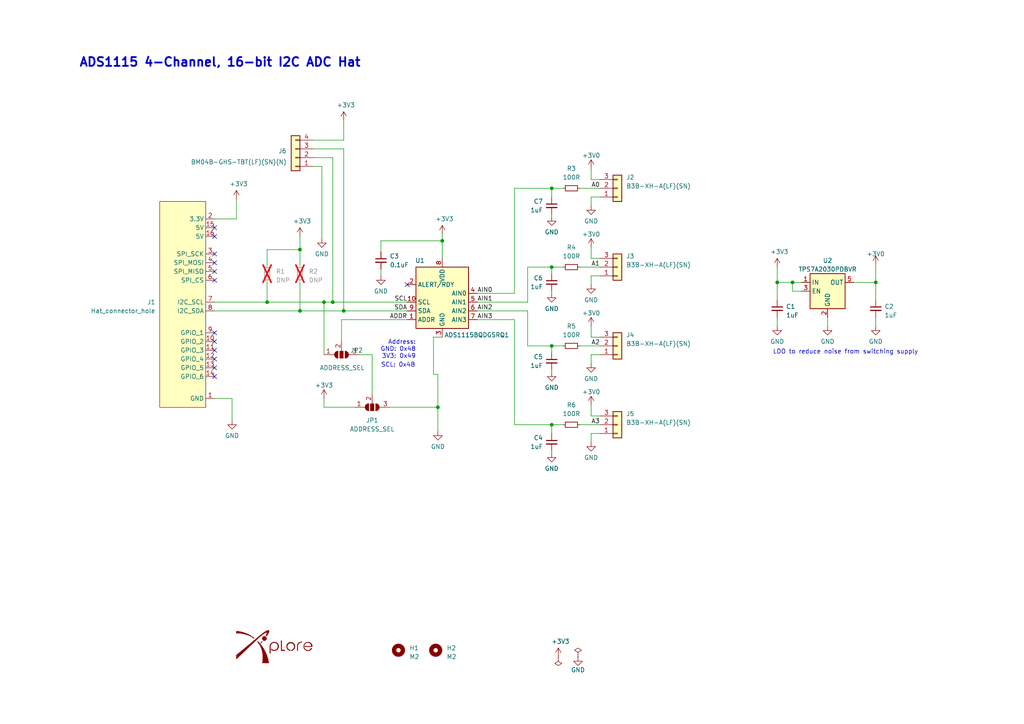
<source format=kicad_sch>
(kicad_sch (version 20230121) (generator eeschema)
  (paper "A4")
  (title_block (title "ADS1115 16-bit 4-channel ADC Hat") (date "2023-07-15") (rev "1") (company "EPFL Xplore") (comment 1 "Protocol: I2C") (comment 2 "Can be used to read from a potentiometer or analog sensor") (comment 4 "Author: Vincent Nguyen"))
  (lib_symbols
    (symbol "0_connectors:Hat_connector_hole"
      (property "Reference" "J" (at 0 0 0))
      (property "Value" "Hat_connector_hole" (at 0 0 0))
      (symbol "Hat_connector_hole_0_0"
        (pin power_in line (at -8.89 -22.86 0) (length 2.54) (name "GND") (number "1"))
        (pin bidirectional line (at -8.89 -6.35 0) (length 2.54) (name "GPIO_2") (number "10"))
        (pin bidirectional line (at -8.89 -8.89 0) (length 2.54) (name "GPIO_3") (number "11"))
        (pin bidirectional line (at -8.89 -11.43 0) (length 2.54) (name "GPIO_4") (number "12"))
        (pin bidirectional line (at -8.89 -13.97 0) (length 2.54) (name "GPIO_5") (number "13"))
        (pin bidirectional line (at -8.89 -16.51 0) (length 2.54) (name "GPIO_6") (number "14"))
        (pin power_in line (at -8.89 26.67 0) (length 2.54) (name "5V") (number "15"))
        (pin power_in line (at -8.89 24.13 0) (length 2.54) (name "5V") (number "16"))
        (pin power_in line (at -8.89 29.21 0) (length 2.54) (name "3.3V") (number "2"))
        (pin output line (at -8.89 19.05 0) (length 2.54) (name "SPI_SCK") (number "3"))
        (pin output line (at -8.89 16.51 0) (length 2.54) (name "SPI_MOSI") (number "4"))
        (pin input line (at -8.89 13.97 0) (length 2.54) (name "SPI_MISO") (number "5"))
        (pin output line (at -8.89 11.43 0) (length 2.54) (name "SPI_CS") (number "6"))
        (pin output line (at -8.89 5.08 0) (length 2.54) (name "I2C_SCL") (number "7"))
        (pin bidirectional line (at -8.89 2.54 0) (length 2.54) (name "I2C_SDA") (number "8"))
        (pin bidirectional line (at -8.89 -3.81 0) (length 2.54) (name "GPIO_1") (number "9"))
      )
    )
    (symbol "0_graphic:Xplore_Logo" (pin_numbers hide) (pin_names (offset 0) hide) (in_bom no))
    (symbol "0_regulator_linear:TPS7A2030PDBVR"
      (property "Reference" "U" (at 0 0 0))
      (property "Value" "TPS7A2030PDBVR" (at 0 8.255 0))
      (symbol "TPS7A2030PDBVR_0_1"
        (pin power_in line (at -7.62 2.54 0) (length 2.54) (name "IN") (number "1"))
        (pin power_in line (at 0 -7.62 90) (length 2.54) (name "GND") (number "2"))
        (pin input line (at -7.62 0 0) (length 2.54) (name "EN") (number "3"))
        (pin no_connect line (at 5.08 0 180) (length 2.54) hide (name "NC") (number "4"))
        (pin power_out line (at 7.62 2.54 180) (length 2.54) (name "OUT") (number "5"))
      )
    )
    (symbol "Analog_ADC:ADS1115IDGS"
      (property "Reference" "U" (at 2.54 13.97 0))
      (property "Value" "ADS1115IDGS" (at 7.62 11.43 0))
      (symbol "ADS1115IDGS_1_1"
        (pin input line (at 10.16 -5.08 180) (length 2.54) (name "ADDR") (number "1"))
        (pin input line (at 10.16 0 180) (length 2.54) (name "SCL") (number "10"))
        (pin output line (at 10.16 5.08 180) (length 2.54) (name "ALERT/RDY") (number "2"))
        (pin power_in line (at 0 -10.16 90) (length 2.54) (name "GND") (number "3"))
        (pin input line (at -10.16 2.54 0) (length 2.54) (name "AIN0") (number "4"))
        (pin input line (at -10.16 0 0) (length 2.54) (name "AIN1") (number "5"))
        (pin input line (at -10.16 -2.54 0) (length 2.54) (name "AIN2") (number "6"))
        (pin input line (at -10.16 -5.08 0) (length 2.54) (name "AIN3") (number "7"))
        (pin power_in line (at 0 12.7 270) (length 2.54) (name "VDD") (number "8"))
        (pin bidirectional line (at 10.16 -2.54 180) (length 2.54) (name "SDA") (number "9"))
      )
    )
    (symbol "Connector_Generic:Conn_01x03" (pin_names (offset 1.016) hide)
      (property "Reference" "J" (at 0 5.08 0))
      (property "Value" "Conn_01x03" (at 0 -5.08 0))
      (symbol "Conn_01x03_1_1"
        (pin passive line (at -5.08 2.54 0) (length 3.81) (name "Pin_1") (number "1"))
        (pin passive line (at -5.08 0 0) (length 3.81) (name "Pin_2") (number "2"))
        (pin passive line (at -5.08 -2.54 0) (length 3.81) (name "Pin_3") (number "3"))
      )
    )
    (symbol "Connector_Generic:Conn_01x04" (pin_names (offset 1.016) hide)
      (property "Reference" "J" (at 0 5.08 0))
      (property "Value" "Conn_01x04" (at 0 -7.62 0))
      (symbol "Conn_01x04_1_1"
        (pin passive line (at -5.08 2.54 0) (length 3.81) (name "Pin_1") (number "1"))
        (pin passive line (at -5.08 0 0) (length 3.81) (name "Pin_2") (number "2"))
        (pin passive line (at -5.08 -2.54 0) (length 3.81) (name "Pin_3") (number "3"))
        (pin passive line (at -5.08 -5.08 0) (length 3.81) (name "Pin_4") (number "4"))
      )
    )
    (symbol "Device:C_Small" (pin_numbers hide) (pin_names (offset 0.254) hide)
      (property "Reference" "C" (at 0.254 1.778 0))
      (property "Value" "C_Small" (at 0.254 -2.032 0))
      (symbol "C_Small_1_1"
        (pin passive line (at 0 2.54 270) (length 2.032) (name "~") (number "1"))
        (pin passive line (at 0 -2.54 90) (length 2.032) (name "~") (number "2"))
      )
    )
    (symbol "Device:R_Small" (pin_numbers hide) (pin_names (offset 0.254) hide)
      (property "Reference" "R" (at 0.762 0.508 0))
      (property "Value" "R_Small" (at 0.762 -1.016 0))
      (symbol "R_Small_1_1"
        (pin passive line (at 0 2.54 270) (length 0.762) (name "~") (number "1"))
        (pin passive line (at 0 -2.54 90) (length 0.762) (name "~") (number "2"))
      )
    )
    (symbol "Jumper:SolderJumper_3_Open" (pin_names (offset 0) hide)
      (property "Reference" "JP" (at -2.54 -2.54 0))
      (property "Value" "SolderJumper_3_Open" (at 0 2.794 0))
      (symbol "SolderJumper_3_Open_1_1"
        (pin passive line (at -5.08 0 0) (length 2.54) (name "A") (number "1"))
        (pin passive line (at 0 -3.81 90) (length 2.54) (name "C") (number "2"))
        (pin passive line (at 5.08 0 180) (length 2.54) (name "B") (number "3"))
      )
    )
    (symbol "Mechanical:MountingHole" (pin_names (offset 1.016))
      (property "Reference" "H" (at 0 5.08 0))
      (property "Value" "MountingHole" (at 0 3.175 0))
    )
    (symbol "power:+3V0" (power) (pin_names (offset 0))
      (property "Value" "+3V0" (at 0 3.556 0))
      (symbol "+3V0_1_1"
        (pin power_in line (at 0 0 90) (length 0) hide (name "+3V0") (number "1"))
      )
    )
    (symbol "power:+3V3" (power) (pin_names (offset 0))
      (property "Value" "+3V3" (at 0 3.556 0))
      (symbol "+3V3_1_1"
        (pin power_in line (at 0 0 90) (length 0) hide (name "+3V3") (number "1"))
      )
    )
    (symbol "power:GND" (power) (pin_names (offset 0))
      (property "Value" "GND" (at 0 -3.81 0))
      (symbol "GND_1_1"
        (pin power_in line (at 0 0 270) (length 0) hide (name "GND") (number "1"))
      )
    )
    (symbol "power:PWR_FLAG" (power) (pin_numbers hide) (pin_names (offset 0) hide)
      (property "Value" "PWR_FLAG" (at 0 3.81 0))
      (symbol "PWR_FLAG_0_0"
        (pin power_out line (at 0 0 90) (length 0) (name "pwr") (number "1"))
      )
    )
  )
  (junction (at 96.52 87.63))
  (junction (at 77.47 87.63))
  (junction (at 160.02 100.33))
  (junction (at 160.02 123.19))
  (junction (at 160.02 54.61))
  (junction (at 254 81.915))
  (junction (at 93.98 87.63))
  (junction (at 160.02 77.47))
  (junction (at 229.87 81.915))
  (junction (at 86.995 72.39))
  (junction (at 128.27 69.85))
  (junction (at 127 118.11))
  (junction (at 86.995 90.17))
  (junction (at 225.425 81.915))
  (junction (at 99.695 90.17))
  (no_connect (at 62.23 78.74))
  (no_connect (at 62.23 73.66))
  (no_connect (at 62.23 106.68))
  (no_connect (at 62.23 104.14))
  (no_connect (at 62.23 109.22))
  (no_connect (at 62.23 99.06))
  (no_connect (at 62.23 66.04))
  (no_connect (at 62.23 68.58))
  (no_connect (at 62.23 96.52))
  (no_connect (at 62.23 101.6))
  (no_connect (at 62.23 81.28))
  (no_connect (at 62.23 76.2))
  (no_connect (at 118.11 82.55))
  (wire (pts (xy 171.45 102.87) (xy 173.99 102.87)))
  (wire (pts (xy 160.02 123.19) (xy 149.225 123.19)))
  (wire (pts (xy 127 108.585) (xy 127 118.11)))
  (wire (pts (xy 77.47 81.915) (xy 77.47 87.63)))
  (wire (pts (xy 86.995 72.39) (xy 77.47 72.39)))
  (wire (pts (xy 93.345 69.215) (xy 93.345 48.26)))
  (wire (pts (xy 107.95 102.87) (xy 107.95 114.3)))
  (wire (pts (xy 171.45 117.475) (xy 171.45 120.65)))
  (wire (pts (xy 229.87 84.455) (xy 229.87 81.915)))
  (wire (pts (xy 171.45 82.55) (xy 171.45 80.01)))
  (wire (pts (xy 160.02 84.455) (xy 160.02 85.09)))
  (wire (pts (xy 86.995 72.39) (xy 86.995 76.835)))
  (wire (pts (xy 171.45 97.79) (xy 173.99 97.79)))
  (wire (pts (xy 160.02 102.235) (xy 160.02 100.33)))
  (wire (pts (xy 229.87 81.915) (xy 232.41 81.915)))
  (wire (pts (xy 171.45 59.69) (xy 171.45 57.15)))
  (wire (pts (xy 240.03 94.615) (xy 240.03 92.075)))
  (wire (pts (xy 99.695 40.64) (xy 90.805 40.64)))
  (wire (pts (xy 171.45 52.07) (xy 173.99 52.07)))
  (wire (pts (xy 171.45 120.65) (xy 173.99 120.65)))
  (wire (pts (xy 62.23 90.17) (xy 86.995 90.17)))
  (wire (pts (xy 96.52 87.63) (xy 118.11 87.63)))
  (wire (pts (xy 171.45 74.93) (xy 173.99 74.93)))
  (wire (pts (xy 127 118.11) (xy 127 125.095)))
  (wire (pts (xy 62.23 87.63) (xy 77.47 87.63)))
  (wire (pts (xy 138.43 87.63) (xy 153.035 87.63)))
  (wire (pts (xy 254 94.615) (xy 254 92.075)))
  (wire (pts (xy 67.31 121.92) (xy 67.31 115.57)))
  (wire (pts (xy 153.035 77.47) (xy 160.02 77.47)))
  (wire (pts (xy 232.41 84.455) (xy 229.87 84.455)))
  (wire (pts (xy 247.65 81.915) (xy 254 81.915)))
  (wire (pts (xy 168.275 77.47) (xy 173.99 77.47)))
  (wire (pts (xy 225.425 77.47) (xy 225.425 81.915)))
  (wire (pts (xy 171.45 80.01) (xy 173.99 80.01)))
  (wire (pts (xy 86.995 68.58) (xy 86.995 72.39)))
  (wire (pts (xy 171.45 125.73) (xy 173.99 125.73)))
  (wire (pts (xy 171.45 128.27) (xy 171.45 125.73)))
  (wire (pts (xy 68.58 63.5) (xy 62.23 63.5)))
  (wire (pts (xy 149.225 92.71) (xy 149.225 123.19)))
  (wire (pts (xy 160.02 77.47) (xy 163.195 77.47)))
  (wire (pts (xy 77.47 87.63) (xy 93.98 87.63)))
  (wire (pts (xy 168.275 123.19) (xy 173.99 123.19)))
  (wire (pts (xy 160.02 79.375) (xy 160.02 77.47)))
  (wire (pts (xy 127 118.11) (xy 113.03 118.11)))
  (wire (pts (xy 90.805 43.18) (xy 99.695 43.18)))
  (wire (pts (xy 67.31 115.57) (xy 62.23 115.57)))
  (wire (pts (xy 160.02 57.15) (xy 160.02 54.61)))
  (wire (pts (xy 160.02 54.61) (xy 163.195 54.61)))
  (wire (pts (xy 86.995 90.17) (xy 99.695 90.17)))
  (wire (pts (xy 93.98 115.57) (xy 93.98 118.11)))
  (wire (pts (xy 225.425 81.915) (xy 225.425 86.995)))
  (wire (pts (xy 86.995 81.915) (xy 86.995 90.17)))
  (wire (pts (xy 153.035 100.33) (xy 160.02 100.33)))
  (wire (pts (xy 171.45 105.41) (xy 171.45 102.87)))
  (wire (pts (xy 225.425 81.915) (xy 229.87 81.915)))
  (wire (pts (xy 138.43 90.17) (xy 153.035 90.17)))
  (wire (pts (xy 171.45 94.615) (xy 171.45 97.79)))
  (wire (pts (xy 93.98 87.63) (xy 96.52 87.63)))
  (wire (pts (xy 99.06 92.71) (xy 118.11 92.71)))
  (wire (pts (xy 125.73 108.585) (xy 125.73 97.79)))
  (wire (pts (xy 171.45 48.895) (xy 171.45 52.07)))
  (wire (pts (xy 128.27 67.945) (xy 128.27 69.85)))
  (wire (pts (xy 138.43 92.71) (xy 149.225 92.71)))
  (wire (pts (xy 168.275 100.33) (xy 173.99 100.33)))
  (wire (pts (xy 99.06 92.71) (xy 99.06 99.06)))
  (wire (pts (xy 153.035 87.63) (xy 153.035 77.47)))
  (wire (pts (xy 153.035 90.17) (xy 153.035 100.33)))
  (wire (pts (xy 254 76.835) (xy 254 81.915)))
  (wire (pts (xy 160.02 125.73) (xy 160.02 123.19)))
  (wire (pts (xy 160.02 62.23) (xy 160.02 62.865)))
  (wire (pts (xy 96.52 45.72) (xy 96.52 87.63)))
  (wire (pts (xy 160.02 107.315) (xy 160.02 107.95)))
  (wire (pts (xy 171.45 71.755) (xy 171.45 74.93)))
  (wire (pts (xy 104.14 102.87) (xy 107.95 102.87)))
  (wire (pts (xy 138.43 85.09) (xy 149.225 85.09)))
  (wire (pts (xy 93.345 48.26) (xy 90.805 48.26)))
  (wire (pts (xy 160.02 100.33) (xy 163.195 100.33)))
  (wire (pts (xy 110.49 80.01) (xy 110.49 78.105)))
  (wire (pts (xy 110.49 69.85) (xy 128.27 69.85)))
  (wire (pts (xy 149.225 85.09) (xy 149.225 54.61)))
  (wire (pts (xy 68.58 57.785) (xy 68.58 63.5)))
  (wire (pts (xy 149.225 54.61) (xy 160.02 54.61)))
  (wire (pts (xy 99.695 43.18) (xy 99.695 90.17)))
  (wire (pts (xy 127 108.585) (xy 125.73 108.585)))
  (wire (pts (xy 93.98 118.11) (xy 102.87 118.11)))
  (wire (pts (xy 99.695 34.925) (xy 99.695 40.64)))
  (wire (pts (xy 99.695 90.17) (xy 118.11 90.17)))
  (wire (pts (xy 90.805 45.72) (xy 96.52 45.72)))
  (wire (pts (xy 77.47 72.39) (xy 77.47 76.835)))
  (wire (pts (xy 110.49 73.025) (xy 110.49 69.85)))
  (wire (pts (xy 93.98 102.87) (xy 93.98 87.63)))
  (wire (pts (xy 128.27 69.85) (xy 128.27 74.93)))
  (wire (pts (xy 160.02 130.81) (xy 160.02 131.445)))
  (wire (pts (xy 171.45 57.15) (xy 173.99 57.15)))
  (wire (pts (xy 254 86.995) (xy 254 81.915)))
  (wire (pts (xy 168.275 54.61) (xy 173.99 54.61)))
  (wire (pts (xy 160.02 123.19) (xy 163.195 123.19)))
  (wire (pts (xy 225.425 94.615) (xy 225.425 92.075)))
  (wire (pts (xy 125.73 97.79) (xy 128.27 97.79)))
  (text "ADS1115 4-Channel, 16-bit I2C ADC Hat" (at 22.86 19.685 0) (effects (font (size 2.54 2.54) (thickness 0.508) bold) (justify left bottom)))
  (text "Address:\nGND: 0x48\n3V3: 0x49" (at 120.65 104.14 0) (effects (font (size 1.27 1.27)) (justify right bottom)))
  (text "LDO to reduce noise from switching supply" (at 224.155 102.87 0) (effects (font (size 1.27 1.27)) (justify left bottom)))
  (text "SCL: 0x4B\n" (at 110.49 106.68 0) (effects (font (size 1.27 1.27)) (justify left bottom)))
  (label "A2" (at 173.99 100.33 180))
  (label "SCL" (at 118.11 87.63 180))
  (label "A3" (at 173.99 123.19 180))
  (label "ADDR" (at 118.11 92.71 180))
  (label "AIN0" (at 138.43 85.09 0))
  (label "AIN2" (at 138.43 90.17 0))
  (label "SDA" (at 118.11 90.17 180))
  (label "AIN1" (at 138.43 87.63 0))
  (label "A1" (at 173.99 77.47 180))
  (label "AIN3" (at 138.43 92.71 0))
  (label "A0" (at 173.99 54.61 180))
  (symbol (lib_id "power:+3V3") (at 86.995 68.58 0) (mirror y) (unit 1)
    (property "Reference" "#PWR020" (effects hide))
    (property "Value" "+3V3" (at 87.63 64.135 0))
  )
  (symbol (lib_id "power:PWR_FLAG") (at 161.925 190.5 180) (unit 1)
    (property "Reference" "#FLG01" (effects hide))
    (property "Value" "PWR_FLAG" (effects hide))
  )
  (symbol (lib_id "Device:R_Small") (at 86.995 79.375 0) (unit 1) (dnp yes)
    (property "Reference" "R2" (at 89.535 78.74 0) (effects (justify left)))
    (property "Value" "DNP" (at 89.535 81.28 0) (effects (justify left)))
    (property "Footprint" "Resistor_SMD:R_0603_1608Metric_Pad0.98x0.95mm_HandSolder" (effects hide))
  )
  (symbol (lib_id "power:+3V0") (at 254 76.835 0) (unit 1)
    (property "Reference" "#PWR08" (effects hide))
    (property "Value" "+3V0" (at 254 73.66 0))
  )
  (symbol (lib_id "power:PWR_FLAG") (at 167.64 190.5 0) (unit 1)
    (property "Reference" "#FLG02" (effects hide))
    (property "Value" "PWR_FLAG" (effects hide))
  )
  (symbol (lib_id "0_connectors:Hat_connector_hole") (at 53.34 92.71 0) (mirror y) (unit 1)
    (property "Reference" "J1" (at 45.085 87.63 0) (effects (justify left)))
    (property "Value" "Hat_connector_hole" (at 45.085 90.17 0) (effects (justify left)))
    (property "Footprint" "0_connectors:Hat_connector_hole" (effects hide))
  )
  (symbol (lib_id "Device:R_Small") (at 165.735 100.33 90) (unit 1)
    (property "Reference" "R5" (at 165.735 94.615 90))
    (property "Value" "100R" (at 165.735 97.155 90))
    (property "Footprint" "Resistor_SMD:R_0603_1608Metric_Pad0.98x0.95mm_HandSolder" (effects hide))
    (property "Datasheet" "https://www.seielect.com/Catalog/SEI-RMCF_RMCP.pdf" (effects hide))
    (property "Manufacturer ref" "RMCF0603FT100R" (effects hide))
    (property "Digikey ref" "RMCF0603FT100RCT-ND" (effects hide))
  )
  (symbol (lib_id "Device:C_Small") (at 225.425 89.535 0) (unit 1)
    (property "Reference" "C1" (at 227.965 88.9063 0) (effects (justify left)))
    (property "Value" "1uF" (at 227.965 91.4463 0) (effects (justify left)))
    (property "Footprint" "Capacitor_SMD:C_0603_1608Metric_Pad1.08x0.95mm_HandSolder" (effects hide))
    (property "Datasheet" "https://www.yuden.co.jp/productdata/catalog/mlcc06_e.pdf" (effects hide))
    (property "Digikey ref" "587-2984-1-ND" (effects hide))
    (property "Manufacturer ref" "TMK107B7105KA-T" (effects hide))
  )
  (symbol (lib_id "Device:R_Small") (at 165.735 77.47 90) (unit 1)
    (property "Reference" "R4" (at 165.735 71.755 90))
    (property "Value" "100R" (at 165.735 74.295 90))
    (property "Footprint" "Resistor_SMD:R_0603_1608Metric_Pad0.98x0.95mm_HandSolder" (effects hide))
    (property "Datasheet" "https://www.seielect.com/Catalog/SEI-RMCF_RMCP.pdf" (effects hide))
    (property "Manufacturer ref" "RMCF0603FT100R" (effects hide))
    (property "Digikey ref" "RMCF0603FT100RCT-ND" (effects hide))
  )
  (symbol (lib_id "power:GND") (at 254 94.615 0) (mirror y) (unit 1)
    (property "Reference" "#PWR09" (effects hide))
    (property "Value" "GND" (at 254 99.06 0))
  )
  (symbol (lib_id "power:GND") (at 171.45 59.69 0) (mirror y) (unit 1)
    (property "Reference" "#PWR05" (effects hide))
    (property "Value" "GND" (at 171.45 64.135 0))
  )
  (symbol (lib_id "power:+3V3") (at 225.425 77.47 0) (mirror y) (unit 1)
    (property "Reference" "#PWR019" (effects hide))
    (property "Value" "+3V3" (at 226.06 73.025 0))
  )
  (symbol (lib_id "power:+3V0") (at 171.45 94.615 0) (unit 1)
    (property "Reference" "#PWR015" (effects hide))
    (property "Value" "+3V0" (at 171.45 90.805 0))
  )
  (symbol (lib_id "Connector_Generic:Conn_01x04") (at 85.725 45.72 180) (unit 1)
    (property "Reference" "J6" (at 81.915 43.815 0))
    (property "Value" "BM04B-GHS-TBT(LF)(SN)(N)" (at 83.185 46.99 0) (effects (justify left)))
    (property "Footprint" "0_connectors:PicoBlade-JST-GH-1x04_1.25mm_Vertical" (effects hide))
    (property "Datasheet" "https://www.jst-mfg.com/product/pdf/eng/eGH.pdf" (effects hide))
    (property "Digikey ref" "455-1580-1-ND" (effects hide))
    (property "Manufacturer ref" "BM04B-GHS-TBT(LF)(SN)(N)" (effects hide))
  )
  (symbol (lib_id "Analog_ADC:ADS1115IDGS") (at 128.27 87.63 0) (mirror y) (unit 1)
    (property "Reference" "U1" (at 123.19 75.565 0) (effects (justify left)))
    (property "Value" "ADS1115BQDGSRQ1" (at 128.905 97.155 0) (effects (justify right)))
    (property "Footprint" "Package_SO:VSSOP-10_3x3mm_P0.5mm" (effects hide))
    (property "Datasheet" "http://www.ti.com/lit/ds/symlink/ads1113.pdf" (effects hide))
    (property "Mouser ref" "595-ADS1115BQDGSRQ1" (effects hide))
    (property "Manufacturer ref" "ADS1115BQDGSRQ1" (effects hide))
  )
  (symbol (lib_id "Device:C_Small") (at 160.02 128.27 0) (mirror y) (unit 1)
    (property "Reference" "C4" (at 157.48 127 0) (effects (justify left)))
    (property "Value" "1uF" (at 157.48 129.54 0) (effects (justify left)))
    (property "Footprint" "Capacitor_SMD:C_0603_1608Metric_Pad1.08x0.95mm_HandSolder" (effects hide))
    (property "Datasheet" "https://www.yuden.co.jp/productdata/catalog/mlcc06_e.pdf" (effects hide))
    (property "Manufacturer ref" "TMK107B7105KA-T" (effects hide))
    (property "Digikey ref" "587-2984-1-ND" (effects hide))
  )
  (symbol (lib_id "Mechanical:MountingHole") (at 126.365 188.595 0) (unit 1) (in_bom no)
    (property "Reference" "H2" (at 129.54 187.96 0) (effects (justify left)))
    (property "Value" "M2" (at 129.54 190.5 0) (effects (justify left)))
    (property "Footprint" "MountingHole:MountingHole_2.2mm_M2" (effects hide))
  )
  (symbol (lib_id "Device:C_Small") (at 160.02 104.775 0) (mirror y) (unit 1)
    (property "Reference" "C5" (at 157.48 103.505 0) (effects (justify left)))
    (property "Value" "1uF" (at 157.48 106.045 0) (effects (justify left)))
    (property "Footprint" "Capacitor_SMD:C_0603_1608Metric_Pad1.08x0.95mm_HandSolder" (effects hide))
    (property "Datasheet" "https://www.yuden.co.jp/productdata/catalog/mlcc06_e.pdf" (effects hide))
    (property "Manufacturer ref" "TMK107B7105KA-T" (effects hide))
    (property "Digikey ref" "587-2984-1-ND" (effects hide))
  )
  (symbol (lib_id "Device:C_Small") (at 254 89.535 0) (unit 1)
    (property "Reference" "C2" (at 256.54 88.9063 0) (effects (justify left)))
    (property "Value" "1uF" (at 256.54 91.4463 0) (effects (justify left)))
    (property "Footprint" "Capacitor_SMD:C_0603_1608Metric_Pad1.08x0.95mm_HandSolder" (effects hide))
    (property "Datasheet" "https://www.yuden.co.jp/productdata/catalog/mlcc06_e.pdf" (effects hide))
    (property "Digikey ref" "587-2984-1-ND" (effects hide))
    (property "Manufacturer ref" "TMK107B7105KA-T" (effects hide))
  )
  (symbol (lib_id "power:GND") (at 67.31 121.92 0) (mirror y) (unit 1)
    (property "Reference" "#PWR03" (effects hide))
    (property "Value" "GND" (at 67.31 126.365 0))
  )
  (symbol (lib_id "power:GND") (at 160.02 107.95 0) (mirror y) (unit 1)
    (property "Reference" "#PWR022" (effects hide))
    (property "Value" "GND" (at 160.02 112.395 0))
  )
  (symbol (lib_id "power:+3V0") (at 171.45 48.895 0) (unit 1)
    (property "Reference" "#PWR012" (effects hide))
    (property "Value" "+3V0" (at 171.45 45.085 0))
  )
  (symbol (lib_id "power:GND") (at 160.02 62.865 0) (mirror y) (unit 1)
    (property "Reference" "#PWR023" (effects hide))
    (property "Value" "GND" (at 160.02 67.31 0))
  )
  (symbol (lib_id "power:GND") (at 160.02 131.445 0) (mirror y) (unit 1)
    (property "Reference" "#PWR021" (effects hide))
    (property "Value" "GND" (at 160.02 135.89 0))
  )
  (symbol (lib_id "Device:C_Small") (at 160.02 59.69 0) (mirror y) (unit 1)
    (property "Reference" "C7" (at 157.48 58.42 0) (effects (justify left)))
    (property "Value" "1uF" (at 157.48 60.96 0) (effects (justify left)))
    (property "Footprint" "Capacitor_SMD:C_0603_1608Metric_Pad1.08x0.95mm_HandSolder" (effects hide))
    (property "Datasheet" "https://www.yuden.co.jp/productdata/catalog/mlcc06_e.pdf" (effects hide))
    (property "Manufacturer ref" "TMK107B7105KA-T" (effects hide))
    (property "Digikey ref" "587-2984-1-ND" (effects hide))
  )
  (symbol (lib_id "Connector_Generic:Conn_01x03") (at 179.07 123.19 0) (mirror x) (unit 1)
    (property "Reference" "J5" (at 181.61 120.015 0) (effects (justify left)))
    (property "Value" "B3B-XH-A(LF)(SN)" (at 181.61 122.555 0) (effects (justify left)))
    (property "Footprint" "Connector_JST:JST_XH_B3B-XH-A_1x03_P2.50mm_Vertical" (effects hide))
    (property "Datasheet" "https://www.jst-mfg.com/product/pdf/eng/eXH.pdf" (effects hide))
    (property "Manufacturer ref" "B3B-XH-A(LF)(SN)" (effects hide))
    (property "Digikey ref" "455-2248-ND" (effects hide))
  )
  (symbol (lib_id "power:GND") (at 110.49 80.01 0) (mirror y) (unit 1)
    (property "Reference" "#PWR011" (effects hide))
    (property "Value" "GND" (at 110.49 84.455 0))
  )
  (symbol (lib_id "Device:C_Small") (at 110.49 75.565 0) (unit 1)
    (property "Reference" "C3" (at 113.03 74.295 0) (effects (justify left)))
    (property "Value" "0.1uF" (at 113.0697 76.8413 0) (effects (justify left)))
    (property "Footprint" "Capacitor_SMD:C_0603_1608Metric_Pad1.08x0.95mm_HandSolder" (effects hide))
    (property "Datasheet" "https://www.mouser.ch/datasheet/2/40/KGM_X7R-3223212.pdf" (effects hide))
    (property "Manufacturer ref" "06035C104JAT2A" (effects hide))
    (property "Digikey ref" "478-KGM15BR71H104JTCT-ND" (effects hide))
  )
  (symbol (lib_id "Jumper:SolderJumper_3_Open") (at 107.95 118.11 0) (mirror x) (unit 1) (in_bom no)
    (property "Reference" "JP1" (at 107.95 121.92 0))
    (property "Value" "ADDRESS_SEL" (at 107.95 124.46 0))
    (property "Footprint" "Jumper:SolderJumper-3_P1.3mm_Open_RoundedPad1.0x1.5mm" (effects hide))
  )
  (symbol (lib_id "power:GND") (at 160.02 85.09 0) (mirror y) (unit 1)
    (property "Reference" "#PWR024" (effects hide))
    (property "Value" "GND" (at 160.02 89.535 0))
  )
  (symbol (lib_id "power:+3V3") (at 93.98 115.57 0) (mirror y) (unit 1)
    (property "Reference" "#PWR01" (effects hide))
    (property "Value" "+3V3" (at 93.98 111.76 0))
  )
  (symbol (lib_id "power:+3V0") (at 171.45 117.475 0) (unit 1)
    (property "Reference" "#PWR017" (effects hide))
    (property "Value" "+3V0" (at 171.45 113.665 0))
  )
  (symbol (lib_id "power:+3V0") (at 171.45 71.755 0) (unit 1)
    (property "Reference" "#PWR013" (effects hide))
    (property "Value" "+3V0" (at 171.45 67.945 0))
  )
  (symbol (lib_id "Connector_Generic:Conn_01x03") (at 179.07 100.33 0) (mirror x) (unit 1)
    (property "Reference" "J4" (at 181.61 97.155 0) (effects (justify left)))
    (property "Value" "B3B-XH-A(LF)(SN)" (at 181.61 99.695 0) (effects (justify left)))
    (property "Footprint" "Connector_JST:JST_XH_B3B-XH-A_1x03_P2.50mm_Vertical" (effects hide))
    (property "Datasheet" "https://www.jst-mfg.com/product/pdf/eng/eXH.pdf" (effects hide))
    (property "Manufacturer ref" "B3B-XH-A(LF)(SN)" (effects hide))
    (property "Digikey ref" "455-2248-ND" (effects hide))
  )
  (symbol (lib_id "Device:R_Small") (at 77.47 79.375 0) (unit 1) (dnp yes)
    (property "Reference" "R1" (at 80.01 78.74 0) (effects (justify left)))
    (property "Value" "DNP" (at 80.01 81.28 0) (effects (justify left)))
    (property "Footprint" "Resistor_SMD:R_0603_1608Metric_Pad0.98x0.95mm_HandSolder" (effects hide))
  )
  (symbol (lib_id "Device:C_Small") (at 160.02 81.915 0) (mirror y) (unit 1)
    (property "Reference" "C6" (at 157.48 80.645 0) (effects (justify left)))
    (property "Value" "1uF" (at 157.48 83.185 0) (effects (justify left)))
    (property "Footprint" "Capacitor_SMD:C_0603_1608Metric_Pad1.08x0.95mm_HandSolder" (effects hide))
    (property "Datasheet" "https://www.yuden.co.jp/productdata/catalog/mlcc06_e.pdf" (effects hide))
    (property "Manufacturer ref" "TMK107B7105KA-T" (effects hide))
    (property "Digikey ref" "587-2984-1-ND" (effects hide))
  )
  (symbol (lib_id "power:GND") (at 171.45 128.27 0) (mirror y) (unit 1)
    (property "Reference" "#PWR018" (effects hide))
    (property "Value" "GND" (at 171.45 132.715 0))
  )
  (symbol (lib_id "power:GND") (at 225.425 94.615 0) (mirror y) (unit 1)
    (property "Reference" "#PWR07" (effects hide))
    (property "Value" "GND" (at 225.425 99.06 0))
  )
  (symbol (lib_id "power:GND") (at 93.345 69.215 0) (unit 1)
    (property "Reference" "#PWR028" (effects hide))
    (property "Value" "GND" (at 93.345 73.66 0))
  )
  (symbol (lib_id "Connector_Generic:Conn_01x03") (at 179.07 54.61 0) (mirror x) (unit 1)
    (property "Reference" "J2" (at 181.61 51.435 0) (effects (justify left)))
    (property "Value" "B3B-XH-A(LF)(SN)" (at 181.61 53.975 0) (effects (justify left)))
    (property "Footprint" "Connector_JST:JST_XH_B3B-XH-A_1x03_P2.50mm_Vertical" (effects hide))
    (property "Datasheet" "https://www.jst-mfg.com/product/pdf/eng/eXH.pdf" (effects hide))
    (property "Manufacturer ref" "B3B-XH-A(LF)(SN)" (effects hide))
    (property "Digikey ref" "455-2248-ND" (effects hide))
  )
  (symbol (lib_id "0_graphic:Xplore_Logo") (at 79.375 191.135 0) (unit 1) (in_bom no)
    (property "Reference" "G1" (effects hide))
    (property "Value" "Xplore_Logo" (effects hide))
    (property "Footprint" "0_graphic:Xplore_Logo_X_only_10mm" (effects hide))
  )
  (symbol (lib_id "Device:R_Small") (at 165.735 123.19 90) (unit 1)
    (property "Reference" "R6" (at 165.735 117.475 90))
    (property "Value" "100R" (at 165.735 120.015 90))
    (property "Footprint" "Resistor_SMD:R_0603_1608Metric_Pad0.98x0.95mm_HandSolder" (effects hide))
    (property "Datasheet" "https://www.seielect.com/Catalog/SEI-RMCF_RMCP.pdf" (effects hide))
    (property "Manufacturer ref" "RMCF0603FT100R" (effects hide))
    (property "Digikey ref" "RMCF0603FT100RCT-ND" (effects hide))
  )
  (symbol (lib_id "Mechanical:MountingHole") (at 115.57 188.595 0) (unit 1) (in_bom no)
    (property "Reference" "H1" (at 118.745 187.96 0) (effects (justify left)))
    (property "Value" "M2" (at 118.745 190.5 0) (effects (justify left)))
    (property "Footprint" "MountingHole:MountingHole_2.2mm_M2" (effects hide))
  )
  (symbol (lib_id "power:GND") (at 167.64 190.5 0) (unit 1)
    (property "Reference" "#PWR026" (effects hide))
    (property "Value" "GND" (at 167.64 194.31 0))
  )
  (symbol (lib_id "0_regulator_linear:TPS7A2030PDBVR") (at 240.03 84.455 0) (unit 1)
    (property "Reference" "U2" (at 240.03 75.565 0))
    (property "Value" "TPS7A2030PDBVR" (at 240.03 78.105 0))
    (property "Footprint" "Package_TO_SOT_SMD:SOT-23-5" (effects hide))
    (property "Datasheet" "https://www.ti.com/lit/ds/symlink/tps7a20.pdf?HQS=dis-dk-null-digikeymode-dsf-pf-null-wwe&ts=1667736407145" (effects hide))
    (property "Digikey ref" "296-TPS7A2030PDBVRCT-ND" (effects hide))
    (property "Manufacturer ref" "TPS7A2030PDBVR" (effects hide))
  )
  (symbol (lib_id "Connector_Generic:Conn_01x03") (at 179.07 77.47 0) (mirror x) (unit 1)
    (property "Reference" "J3" (at 181.61 74.295 0) (effects (justify left)))
    (property "Value" "B3B-XH-A(LF)(SN)" (at 181.61 76.835 0) (effects (justify left)))
    (property "Footprint" "Connector_JST:JST_XH_B3B-XH-A_1x03_P2.50mm_Vertical" (effects hide))
    (property "Datasheet" "https://www.jst-mfg.com/product/pdf/eng/eXH.pdf" (effects hide))
    (property "Manufacturer ref" "B3B-XH-A(LF)(SN)" (effects hide))
    (property "Digikey ref" "455-2248-ND" (effects hide))
  )
  (symbol (lib_id "power:+3V3") (at 161.925 190.5 0) (mirror y) (unit 1)
    (property "Reference" "#PWR025" (effects hide))
    (property "Value" "+3V3" (at 162.56 186.055 0))
  )
  (symbol (lib_id "power:GND") (at 240.03 94.615 0) (mirror y) (unit 1)
    (property "Reference" "#PWR06" (effects hide))
    (property "Value" "GND" (at 240.03 99.06 0))
  )
  (symbol (lib_id "Jumper:SolderJumper_3_Open") (at 99.06 102.87 0) (mirror x) (unit 1) (in_bom no)
    (property "Reference" "JP2" (at 101.6 101.6 0) (effects (justify left)))
    (property "Value" "ADDRESS_SEL" (at 92.71 106.68 0) (effects (justify left)))
    (property "Footprint" "Jumper:SolderJumper-3_P1.3mm_Open_RoundedPad1.0x1.5mm" (effects hide))
  )
  (symbol (lib_id "power:+3V3") (at 99.695 34.925 0) (mirror y) (unit 1)
    (property "Reference" "#PWR029" (effects hide))
    (property "Value" "+3V3" (at 100.33 30.48 0))
  )
  (symbol (lib_id "power:+3V3") (at 68.58 57.785 0) (mirror y) (unit 1)
    (property "Reference" "#PWR04" (effects hide))
    (property "Value" "+3V3" (at 69.215 53.34 0))
  )
  (symbol (lib_id "Device:R_Small") (at 165.735 54.61 90) (unit 1)
    (property "Reference" "R3" (at 165.735 48.895 90))
    (property "Value" "100R" (at 165.735 51.435 90))
    (property "Footprint" "Resistor_SMD:R_0603_1608Metric_Pad0.98x0.95mm_HandSolder" (effects hide))
    (property "Datasheet" "https://www.seielect.com/Catalog/SEI-RMCF_RMCP.pdf" (effects hide))
    (property "Manufacturer ref" "RMCF0603FT100R" (effects hide))
    (property "Digikey ref" "RMCF0603FT100RCT-ND" (effects hide))
  )
  (symbol (lib_id "power:+3V3") (at 128.27 67.945 0) (mirror y) (unit 1)
    (property "Reference" "#PWR010" (effects hide))
    (property "Value" "+3V3" (at 128.905 63.5 0))
  )
  (symbol (lib_id "power:GND") (at 127 125.095 0) (mirror y) (unit 1)
    (property "Reference" "#PWR02" (effects hide))
    (property "Value" "GND" (at 127 129.54 0))
  )
  (symbol (lib_id "power:GND") (at 171.45 82.55 0) (mirror y) (unit 1)
    (property "Reference" "#PWR014" (effects hide))
    (property "Value" "GND" (at 171.45 86.995 0))
  )
  (symbol (lib_id "power:GND") (at 171.45 105.41 0) (mirror y) (unit 1)
    (property "Reference" "#PWR016" (effects hide))
    (property "Value" "GND" (at 171.45 109.855 0))
  )
)
</source>
